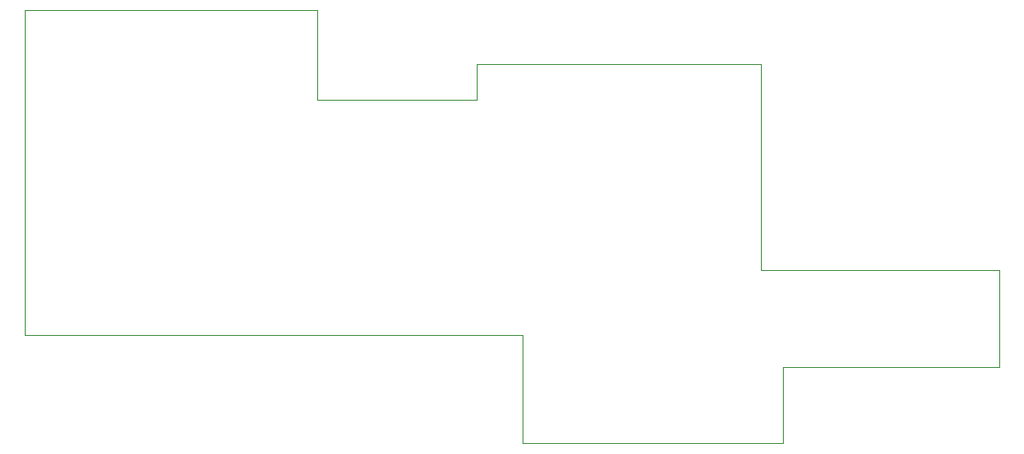
<source format=gm1>
%TF.GenerationSoftware,KiCad,Pcbnew,5.1.6-c6e7f7d~86~ubuntu20.04.1*%
%TF.CreationDate,2020-09-07T12:10:57+02:00*%
%TF.ProjectId,Driver,44726976-6572-42e6-9b69-6361645f7063,rev?*%
%TF.SameCoordinates,Original*%
%TF.FileFunction,Profile,NP*%
%FSLAX46Y46*%
G04 Gerber Fmt 4.6, Leading zero omitted, Abs format (unit mm)*
G04 Created by KiCad (PCBNEW 5.1.6-c6e7f7d~86~ubuntu20.04.1) date 2020-09-07 12:10:57*
%MOMM*%
%LPD*%
G01*
G04 APERTURE LIST*
%TA.AperFunction,Profile*%
%ADD10C,0.050000*%
%TD*%
G04 APERTURE END LIST*
D10*
X56000000Y-119250000D02*
X56000000Y-116000000D01*
X70750000Y-119250000D02*
X56000000Y-119250000D01*
X70750000Y-116000000D02*
X70750000Y-119250000D01*
X29000000Y-141000000D02*
X75000000Y-141000000D01*
X29000000Y-111000000D02*
X29000000Y-141000000D01*
X75000000Y-151000000D02*
X75000000Y-141000000D01*
X99000000Y-151000000D02*
X75000000Y-151000000D01*
X99000000Y-144000000D02*
X99000000Y-151000000D01*
X119000000Y-144000000D02*
X99000000Y-144000000D01*
X119000000Y-135000000D02*
X119000000Y-144000000D01*
X97000000Y-116000000D02*
X97000000Y-135000000D01*
X70750000Y-116000000D02*
X97000000Y-116000000D01*
X56000000Y-111000000D02*
X56000000Y-116000000D01*
X29000000Y-111000000D02*
X56000000Y-111000000D01*
X97000000Y-135000000D02*
X119000000Y-135000000D01*
M02*

</source>
